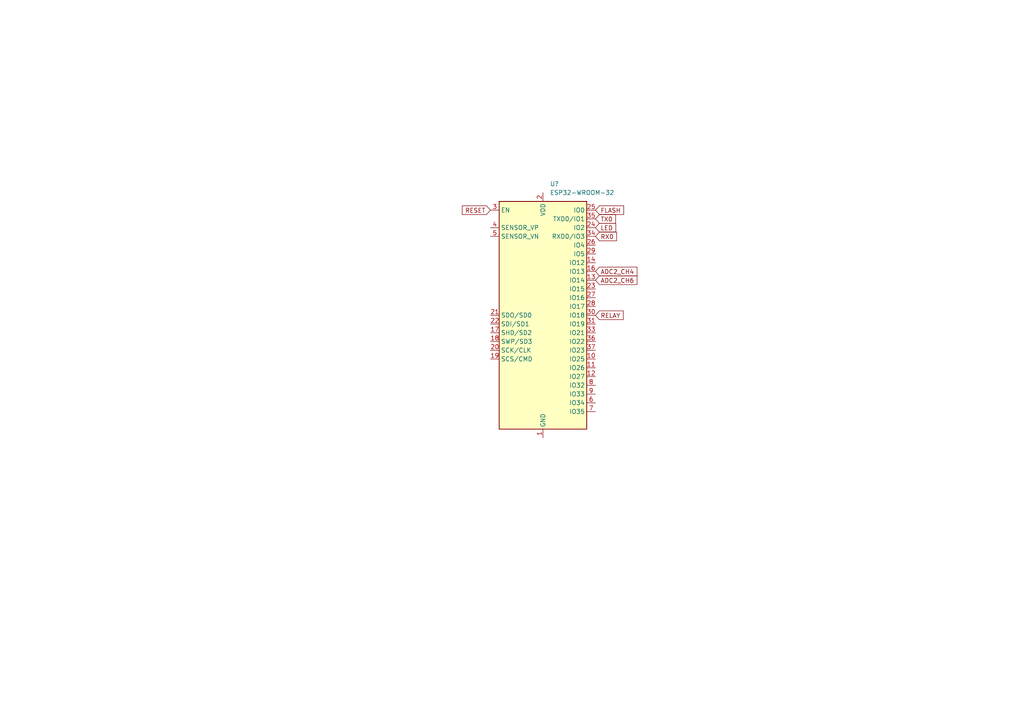
<source format=kicad_sch>
(kicad_sch (version 20211123) (generator eeschema)
  (paper "A4")
  (lib_symbols
    (symbol "RF_Module:ESP32-WROOM-32"
      (property "Reference" "U" (at -12.7 34.29 0))
      (property "Value" "ESP32-WROOM-32" (at 1.27 34.29 0))
      (symbol "ESP32-WROOM-32_0_1"
        (rectangle (start -12.7 33.02) (end 12.7 -33.02) (stroke (width 0.254)) (fill (type background)))
      )
      (symbol "ESP32-WROOM-32_1_1"
        (pin power_in line (at 0 -35.56 90) (length 2.54) (name "GND") (number "1"))
        (pin bidirectional line (at 15.24 -12.7 180) (length 2.54) (name "IO25") (number "10"))
        (pin bidirectional line (at 15.24 -15.24 180) (length 2.54) (name "IO26") (number "11"))
        (pin bidirectional line (at 15.24 -17.78 180) (length 2.54) (name "IO27") (number "12"))
        (pin bidirectional line (at 15.24 10.16 180) (length 2.54) (name "IO14") (number "13"))
        (pin bidirectional line (at 15.24 15.24 180) (length 2.54) (name "IO12") (number "14"))
        (pin passive line (at 0 -35.56 90) (length 2.54) hide (name "GND") (number "15"))
        (pin bidirectional line (at 15.24 12.7 180) (length 2.54) (name "IO13") (number "16"))
        (pin bidirectional line (at -15.24 -5.08 0) (length 2.54) (name "SHD/SD2") (number "17"))
        (pin bidirectional line (at -15.24 -7.62 0) (length 2.54) (name "SWP/SD3") (number "18"))
        (pin bidirectional line (at -15.24 -12.7 0) (length 2.54) (name "SCS/CMD") (number "19"))
        (pin power_in line (at 0 35.56 270) (length 2.54) (name "VDD") (number "2"))
        (pin bidirectional line (at -15.24 -10.16 0) (length 2.54) (name "SCK/CLK") (number "20"))
        (pin bidirectional line (at -15.24 0 0) (length 2.54) (name "SDO/SD0") (number "21"))
        (pin bidirectional line (at -15.24 -2.54 0) (length 2.54) (name "SDI/SD1") (number "22"))
        (pin bidirectional line (at 15.24 7.62 180) (length 2.54) (name "IO15") (number "23"))
        (pin bidirectional line (at 15.24 25.4 180) (length 2.54) (name "IO2") (number "24"))
        (pin bidirectional line (at 15.24 30.48 180) (length 2.54) (name "IO0") (number "25"))
        (pin bidirectional line (at 15.24 20.32 180) (length 2.54) (name "IO4") (number "26"))
        (pin bidirectional line (at 15.24 5.08 180) (length 2.54) (name "IO16") (number "27"))
        (pin bidirectional line (at 15.24 2.54 180) (length 2.54) (name "IO17") (number "28"))
        (pin bidirectional line (at 15.24 17.78 180) (length 2.54) (name "IO5") (number "29"))
        (pin input line (at -15.24 30.48 0) (length 2.54) (name "EN") (number "3"))
        (pin bidirectional line (at 15.24 0 180) (length 2.54) (name "IO18") (number "30"))
        (pin bidirectional line (at 15.24 -2.54 180) (length 2.54) (name "IO19") (number "31"))
        (pin no_connect line (at -12.7 -27.94 0) (length 2.54) hide (name "NC") (number "32"))
        (pin bidirectional line (at 15.24 -5.08 180) (length 2.54) (name "IO21") (number "33"))
        (pin bidirectional line (at 15.24 22.86 180) (length 2.54) (name "RXD0/IO3") (number "34"))
        (pin bidirectional line (at 15.24 27.94 180) (length 2.54) (name "TXD0/IO1") (number "35"))
        (pin bidirectional line (at 15.24 -7.62 180) (length 2.54) (name "IO22") (number "36"))
        (pin bidirectional line (at 15.24 -10.16 180) (length 2.54) (name "IO23") (number "37"))
        (pin passive line (at 0 -35.56 90) (length 2.54) hide (name "GND") (number "38"))
        (pin passive line (at 0 -35.56 90) (length 2.54) hide (name "GND") (number "39"))
        (pin input line (at -15.24 25.4 0) (length 2.54) (name "SENSOR_VP") (number "4"))
        (pin input line (at -15.24 22.86 0) (length 2.54) (name "SENSOR_VN") (number "5"))
        (pin input line (at 15.24 -25.4 180) (length 2.54) (name "IO34") (number "6"))
        (pin input line (at 15.24 -27.94 180) (length 2.54) (name "IO35") (number "7"))
        (pin bidirectional line (at 15.24 -20.32 180) (length 2.54) (name "IO32") (number "8"))
        (pin bidirectional line (at 15.24 -22.86 180) (length 2.54) (name "IO33") (number "9"))
      )
    )
  )
  (global_label "LED" (shape input) (at 172.72 66.04 0) (property "Intersheet References" "${INTERSHEET_REFS}" (effects hide)))
  (global_label "TX0" (shape input) (at 172.72 63.5 0) (property "Intersheet References" "${INTERSHEET_REFS}" (effects hide)))
  (global_label "RX0" (shape input) (at 172.72 68.58 0) (property "Intersheet References" "${INTERSHEET_REFS}" (effects hide)))
  (global_label "RESET" (shape input) (at 142.24 60.96 180) (property "Intersheet References" "${INTERSHEET_REFS}" (effects hide)))
  (global_label "ADC2_CH4" (shape input) (at 172.72 78.74 0) (property "Intersheet References" "${INTERSHEET_REFS}" (effects hide)))
  (global_label "ADC2_CH6" (shape input) (at 172.72 81.28 0) (property "Intersheet References" "${INTERSHEET_REFS}" (effects hide)))
  (global_label "RELAY" (shape input) (at 172.72 91.44 0) (property "Intersheet References" "${INTERSHEET_REFS}" (effects hide)))
  (global_label "FLASH" (shape input) (at 172.72 60.96 0) (property "Intersheet References" "${INTERSHEET_REFS}" (effects hide)))
  (symbol (lib_id "RF_Module:ESP32-WROOM-32") (at 157.48 91.44 0) (unit 1)
    (property "Reference" "U?" (at 159.4994 53.34 0) (effects (justify left)))
    (property "Value" "ESP32-WROOM-32" (at 159.4994 55.88 0) (effects (justify left)))
    (property "Footprint" "RF_Module:ESP32-WROOM-32" (effects hide))
    (property "Datasheet" "https://www.espressif.com/sites/default/files/documentation/esp32-wroom-32_datasheet_en.pdf" (effects hide))
  )
)
</source>
